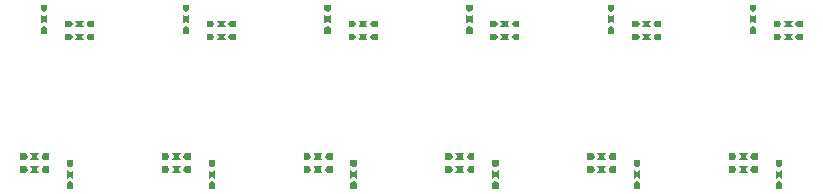
<source format=gbp>
G04 #@! TF.GenerationSoftware,KiCad,Pcbnew,5.1.5-52549c5~84~ubuntu18.04.1*
G04 #@! TF.CreationDate,2020-03-17T11:40:12+01:00*
G04 #@! TF.ProjectId,output.A1335_long_I2C_panel,6f757470-7574-42e4-9131-3333355f6c6f,rev?*
G04 #@! TF.SameCoordinates,Original*
G04 #@! TF.FileFunction,Paste,Bot*
G04 #@! TF.FilePolarity,Positive*
%FSLAX46Y46*%
G04 Gerber Fmt 4.6, Leading zero omitted, Abs format (unit mm)*
G04 Created by KiCad (PCBNEW 5.1.5-52549c5~84~ubuntu18.04.1) date 2020-03-17 11:40:12*
%MOMM*%
%LPD*%
G04 APERTURE LIST*
%ADD10C,0.100000*%
G04 APERTURE END LIST*
D10*
G36*
X118133800Y-84933800D02*
G01*
X117654221Y-84933800D01*
X117497763Y-84660000D01*
X117654221Y-84386200D01*
X118133800Y-84386200D01*
X118133800Y-84933800D01*
G37*
G36*
X116322237Y-84660000D02*
G01*
X116165779Y-84933800D01*
X115686200Y-84933800D01*
X115686200Y-84386200D01*
X116165779Y-84386200D01*
X116322237Y-84660000D01*
G37*
G36*
X117144758Y-84622337D02*
G01*
X117138684Y-84635984D01*
X117135388Y-84650553D01*
X117134998Y-84665486D01*
X117137528Y-84680208D01*
X117144758Y-84697663D01*
X117279019Y-84933800D01*
X116540981Y-84933800D01*
X116675242Y-84697663D01*
X116681316Y-84684016D01*
X116684612Y-84669447D01*
X116685002Y-84654514D01*
X116682472Y-84639792D01*
X116675242Y-84622337D01*
X116540981Y-84386200D01*
X117279019Y-84386200D01*
X117144758Y-84622337D01*
G37*
G36*
X130133800Y-84933800D02*
G01*
X129654221Y-84933800D01*
X129497763Y-84660000D01*
X129654221Y-84386200D01*
X130133800Y-84386200D01*
X130133800Y-84933800D01*
G37*
G36*
X128322237Y-84660000D02*
G01*
X128165779Y-84933800D01*
X127686200Y-84933800D01*
X127686200Y-84386200D01*
X128165779Y-84386200D01*
X128322237Y-84660000D01*
G37*
G36*
X129144758Y-84622337D02*
G01*
X129138684Y-84635984D01*
X129135388Y-84650553D01*
X129134998Y-84665486D01*
X129137528Y-84680208D01*
X129144758Y-84697663D01*
X129279019Y-84933800D01*
X128540981Y-84933800D01*
X128675242Y-84697663D01*
X128681316Y-84684016D01*
X128684612Y-84669447D01*
X128685002Y-84654514D01*
X128682472Y-84639792D01*
X128675242Y-84622337D01*
X128540981Y-84386200D01*
X129279019Y-84386200D01*
X129144758Y-84622337D01*
G37*
G36*
X142133800Y-84933800D02*
G01*
X141654221Y-84933800D01*
X141497763Y-84660000D01*
X141654221Y-84386200D01*
X142133800Y-84386200D01*
X142133800Y-84933800D01*
G37*
G36*
X140322237Y-84660000D02*
G01*
X140165779Y-84933800D01*
X139686200Y-84933800D01*
X139686200Y-84386200D01*
X140165779Y-84386200D01*
X140322237Y-84660000D01*
G37*
G36*
X141144758Y-84622337D02*
G01*
X141138684Y-84635984D01*
X141135388Y-84650553D01*
X141134998Y-84665486D01*
X141137528Y-84680208D01*
X141144758Y-84697663D01*
X141279019Y-84933800D01*
X140540981Y-84933800D01*
X140675242Y-84697663D01*
X140681316Y-84684016D01*
X140684612Y-84669447D01*
X140685002Y-84654514D01*
X140682472Y-84639792D01*
X140675242Y-84622337D01*
X140540981Y-84386200D01*
X141279019Y-84386200D01*
X141144758Y-84622337D01*
G37*
G36*
X154133800Y-84933800D02*
G01*
X153654221Y-84933800D01*
X153497763Y-84660000D01*
X153654221Y-84386200D01*
X154133800Y-84386200D01*
X154133800Y-84933800D01*
G37*
G36*
X152322237Y-84660000D02*
G01*
X152165779Y-84933800D01*
X151686200Y-84933800D01*
X151686200Y-84386200D01*
X152165779Y-84386200D01*
X152322237Y-84660000D01*
G37*
G36*
X153144758Y-84622337D02*
G01*
X153138684Y-84635984D01*
X153135388Y-84650553D01*
X153134998Y-84665486D01*
X153137528Y-84680208D01*
X153144758Y-84697663D01*
X153279019Y-84933800D01*
X152540981Y-84933800D01*
X152675242Y-84697663D01*
X152681316Y-84684016D01*
X152684612Y-84669447D01*
X152685002Y-84654514D01*
X152682472Y-84639792D01*
X152675242Y-84622337D01*
X152540981Y-84386200D01*
X153279019Y-84386200D01*
X153144758Y-84622337D01*
G37*
G36*
X166133800Y-84933800D02*
G01*
X165654221Y-84933800D01*
X165497763Y-84660000D01*
X165654221Y-84386200D01*
X166133800Y-84386200D01*
X166133800Y-84933800D01*
G37*
G36*
X164322237Y-84660000D02*
G01*
X164165779Y-84933800D01*
X163686200Y-84933800D01*
X163686200Y-84386200D01*
X164165779Y-84386200D01*
X164322237Y-84660000D01*
G37*
G36*
X165144758Y-84622337D02*
G01*
X165138684Y-84635984D01*
X165135388Y-84650553D01*
X165134998Y-84665486D01*
X165137528Y-84680208D01*
X165144758Y-84697663D01*
X165279019Y-84933800D01*
X164540981Y-84933800D01*
X164675242Y-84697663D01*
X164681316Y-84684016D01*
X164684612Y-84669447D01*
X164685002Y-84654514D01*
X164682472Y-84639792D01*
X164675242Y-84622337D01*
X164540981Y-84386200D01*
X165279019Y-84386200D01*
X165144758Y-84622337D01*
G37*
G36*
X178133800Y-84933800D02*
G01*
X177654221Y-84933800D01*
X177497763Y-84660000D01*
X177654221Y-84386200D01*
X178133800Y-84386200D01*
X178133800Y-84933800D01*
G37*
G36*
X176322237Y-84660000D02*
G01*
X176165779Y-84933800D01*
X175686200Y-84933800D01*
X175686200Y-84386200D01*
X176165779Y-84386200D01*
X176322237Y-84660000D01*
G37*
G36*
X177144758Y-84622337D02*
G01*
X177138684Y-84635984D01*
X177135388Y-84650553D01*
X177134998Y-84665486D01*
X177137528Y-84680208D01*
X177144758Y-84697663D01*
X177279019Y-84933800D01*
X176540981Y-84933800D01*
X176675242Y-84697663D01*
X176681316Y-84684016D01*
X176684612Y-84669447D01*
X176685002Y-84654514D01*
X176682472Y-84639792D01*
X176675242Y-84622337D01*
X176540981Y-84386200D01*
X177279019Y-84386200D01*
X177144758Y-84622337D01*
G37*
G36*
X171876200Y-96726200D02*
G01*
X172355779Y-96726200D01*
X172512237Y-97000000D01*
X172355779Y-97273800D01*
X171876200Y-97273800D01*
X171876200Y-96726200D01*
G37*
G36*
X173687763Y-97000000D02*
G01*
X173844221Y-96726200D01*
X174323800Y-96726200D01*
X174323800Y-97273800D01*
X173844221Y-97273800D01*
X173687763Y-97000000D01*
G37*
G36*
X172865242Y-97037663D02*
G01*
X172871316Y-97024016D01*
X172874612Y-97009447D01*
X172875002Y-96994514D01*
X172872472Y-96979792D01*
X172865242Y-96962337D01*
X172730981Y-96726200D01*
X173469019Y-96726200D01*
X173334758Y-96962337D01*
X173328684Y-96975984D01*
X173325388Y-96990553D01*
X173324998Y-97005486D01*
X173327528Y-97020208D01*
X173334758Y-97037663D01*
X173469019Y-97273800D01*
X172730981Y-97273800D01*
X172865242Y-97037663D01*
G37*
G36*
X159876200Y-96726200D02*
G01*
X160355779Y-96726200D01*
X160512237Y-97000000D01*
X160355779Y-97273800D01*
X159876200Y-97273800D01*
X159876200Y-96726200D01*
G37*
G36*
X161687763Y-97000000D02*
G01*
X161844221Y-96726200D01*
X162323800Y-96726200D01*
X162323800Y-97273800D01*
X161844221Y-97273800D01*
X161687763Y-97000000D01*
G37*
G36*
X160865242Y-97037663D02*
G01*
X160871316Y-97024016D01*
X160874612Y-97009447D01*
X160875002Y-96994514D01*
X160872472Y-96979792D01*
X160865242Y-96962337D01*
X160730981Y-96726200D01*
X161469019Y-96726200D01*
X161334758Y-96962337D01*
X161328684Y-96975984D01*
X161325388Y-96990553D01*
X161324998Y-97005486D01*
X161327528Y-97020208D01*
X161334758Y-97037663D01*
X161469019Y-97273800D01*
X160730981Y-97273800D01*
X160865242Y-97037663D01*
G37*
G36*
X147876200Y-96726200D02*
G01*
X148355779Y-96726200D01*
X148512237Y-97000000D01*
X148355779Y-97273800D01*
X147876200Y-97273800D01*
X147876200Y-96726200D01*
G37*
G36*
X149687763Y-97000000D02*
G01*
X149844221Y-96726200D01*
X150323800Y-96726200D01*
X150323800Y-97273800D01*
X149844221Y-97273800D01*
X149687763Y-97000000D01*
G37*
G36*
X148865242Y-97037663D02*
G01*
X148871316Y-97024016D01*
X148874612Y-97009447D01*
X148875002Y-96994514D01*
X148872472Y-96979792D01*
X148865242Y-96962337D01*
X148730981Y-96726200D01*
X149469019Y-96726200D01*
X149334758Y-96962337D01*
X149328684Y-96975984D01*
X149325388Y-96990553D01*
X149324998Y-97005486D01*
X149327528Y-97020208D01*
X149334758Y-97037663D01*
X149469019Y-97273800D01*
X148730981Y-97273800D01*
X148865242Y-97037663D01*
G37*
G36*
X135876200Y-96726200D02*
G01*
X136355779Y-96726200D01*
X136512237Y-97000000D01*
X136355779Y-97273800D01*
X135876200Y-97273800D01*
X135876200Y-96726200D01*
G37*
G36*
X137687763Y-97000000D02*
G01*
X137844221Y-96726200D01*
X138323800Y-96726200D01*
X138323800Y-97273800D01*
X137844221Y-97273800D01*
X137687763Y-97000000D01*
G37*
G36*
X136865242Y-97037663D02*
G01*
X136871316Y-97024016D01*
X136874612Y-97009447D01*
X136875002Y-96994514D01*
X136872472Y-96979792D01*
X136865242Y-96962337D01*
X136730981Y-96726200D01*
X137469019Y-96726200D01*
X137334758Y-96962337D01*
X137328684Y-96975984D01*
X137325388Y-96990553D01*
X137324998Y-97005486D01*
X137327528Y-97020208D01*
X137334758Y-97037663D01*
X137469019Y-97273800D01*
X136730981Y-97273800D01*
X136865242Y-97037663D01*
G37*
G36*
X123876200Y-96726200D02*
G01*
X124355779Y-96726200D01*
X124512237Y-97000000D01*
X124355779Y-97273800D01*
X123876200Y-97273800D01*
X123876200Y-96726200D01*
G37*
G36*
X125687763Y-97000000D02*
G01*
X125844221Y-96726200D01*
X126323800Y-96726200D01*
X126323800Y-97273800D01*
X125844221Y-97273800D01*
X125687763Y-97000000D01*
G37*
G36*
X124865242Y-97037663D02*
G01*
X124871316Y-97024016D01*
X124874612Y-97009447D01*
X124875002Y-96994514D01*
X124872472Y-96979792D01*
X124865242Y-96962337D01*
X124730981Y-96726200D01*
X125469019Y-96726200D01*
X125334758Y-96962337D01*
X125328684Y-96975984D01*
X125325388Y-96990553D01*
X125324998Y-97005486D01*
X125327528Y-97020208D01*
X125334758Y-97037663D01*
X125469019Y-97273800D01*
X124730981Y-97273800D01*
X124865242Y-97037663D01*
G37*
G36*
X118133800Y-86033800D02*
G01*
X117654221Y-86033800D01*
X117497763Y-85760000D01*
X117654221Y-85486200D01*
X118133800Y-85486200D01*
X118133800Y-86033800D01*
G37*
G36*
X116322237Y-85760000D02*
G01*
X116165779Y-86033800D01*
X115686200Y-86033800D01*
X115686200Y-85486200D01*
X116165779Y-85486200D01*
X116322237Y-85760000D01*
G37*
G36*
X117144758Y-85722337D02*
G01*
X117138684Y-85735984D01*
X117135388Y-85750553D01*
X117134998Y-85765486D01*
X117137528Y-85780208D01*
X117144758Y-85797663D01*
X117279019Y-86033800D01*
X116540981Y-86033800D01*
X116675242Y-85797663D01*
X116681316Y-85784016D01*
X116684612Y-85769447D01*
X116685002Y-85754514D01*
X116682472Y-85739792D01*
X116675242Y-85722337D01*
X116540981Y-85486200D01*
X117279019Y-85486200D01*
X117144758Y-85722337D01*
G37*
G36*
X130133800Y-86033800D02*
G01*
X129654221Y-86033800D01*
X129497763Y-85760000D01*
X129654221Y-85486200D01*
X130133800Y-85486200D01*
X130133800Y-86033800D01*
G37*
G36*
X128322237Y-85760000D02*
G01*
X128165779Y-86033800D01*
X127686200Y-86033800D01*
X127686200Y-85486200D01*
X128165779Y-85486200D01*
X128322237Y-85760000D01*
G37*
G36*
X129144758Y-85722337D02*
G01*
X129138684Y-85735984D01*
X129135388Y-85750553D01*
X129134998Y-85765486D01*
X129137528Y-85780208D01*
X129144758Y-85797663D01*
X129279019Y-86033800D01*
X128540981Y-86033800D01*
X128675242Y-85797663D01*
X128681316Y-85784016D01*
X128684612Y-85769447D01*
X128685002Y-85754514D01*
X128682472Y-85739792D01*
X128675242Y-85722337D01*
X128540981Y-85486200D01*
X129279019Y-85486200D01*
X129144758Y-85722337D01*
G37*
G36*
X142133800Y-86033800D02*
G01*
X141654221Y-86033800D01*
X141497763Y-85760000D01*
X141654221Y-85486200D01*
X142133800Y-85486200D01*
X142133800Y-86033800D01*
G37*
G36*
X140322237Y-85760000D02*
G01*
X140165779Y-86033800D01*
X139686200Y-86033800D01*
X139686200Y-85486200D01*
X140165779Y-85486200D01*
X140322237Y-85760000D01*
G37*
G36*
X141144758Y-85722337D02*
G01*
X141138684Y-85735984D01*
X141135388Y-85750553D01*
X141134998Y-85765486D01*
X141137528Y-85780208D01*
X141144758Y-85797663D01*
X141279019Y-86033800D01*
X140540981Y-86033800D01*
X140675242Y-85797663D01*
X140681316Y-85784016D01*
X140684612Y-85769447D01*
X140685002Y-85754514D01*
X140682472Y-85739792D01*
X140675242Y-85722337D01*
X140540981Y-85486200D01*
X141279019Y-85486200D01*
X141144758Y-85722337D01*
G37*
G36*
X154133800Y-86033800D02*
G01*
X153654221Y-86033800D01*
X153497763Y-85760000D01*
X153654221Y-85486200D01*
X154133800Y-85486200D01*
X154133800Y-86033800D01*
G37*
G36*
X152322237Y-85760000D02*
G01*
X152165779Y-86033800D01*
X151686200Y-86033800D01*
X151686200Y-85486200D01*
X152165779Y-85486200D01*
X152322237Y-85760000D01*
G37*
G36*
X153144758Y-85722337D02*
G01*
X153138684Y-85735984D01*
X153135388Y-85750553D01*
X153134998Y-85765486D01*
X153137528Y-85780208D01*
X153144758Y-85797663D01*
X153279019Y-86033800D01*
X152540981Y-86033800D01*
X152675242Y-85797663D01*
X152681316Y-85784016D01*
X152684612Y-85769447D01*
X152685002Y-85754514D01*
X152682472Y-85739792D01*
X152675242Y-85722337D01*
X152540981Y-85486200D01*
X153279019Y-85486200D01*
X153144758Y-85722337D01*
G37*
G36*
X166133800Y-86033800D02*
G01*
X165654221Y-86033800D01*
X165497763Y-85760000D01*
X165654221Y-85486200D01*
X166133800Y-85486200D01*
X166133800Y-86033800D01*
G37*
G36*
X164322237Y-85760000D02*
G01*
X164165779Y-86033800D01*
X163686200Y-86033800D01*
X163686200Y-85486200D01*
X164165779Y-85486200D01*
X164322237Y-85760000D01*
G37*
G36*
X165144758Y-85722337D02*
G01*
X165138684Y-85735984D01*
X165135388Y-85750553D01*
X165134998Y-85765486D01*
X165137528Y-85780208D01*
X165144758Y-85797663D01*
X165279019Y-86033800D01*
X164540981Y-86033800D01*
X164675242Y-85797663D01*
X164681316Y-85784016D01*
X164684612Y-85769447D01*
X164685002Y-85754514D01*
X164682472Y-85739792D01*
X164675242Y-85722337D01*
X164540981Y-85486200D01*
X165279019Y-85486200D01*
X165144758Y-85722337D01*
G37*
G36*
X178133800Y-86033800D02*
G01*
X177654221Y-86033800D01*
X177497763Y-85760000D01*
X177654221Y-85486200D01*
X178133800Y-85486200D01*
X178133800Y-86033800D01*
G37*
G36*
X176322237Y-85760000D02*
G01*
X176165779Y-86033800D01*
X175686200Y-86033800D01*
X175686200Y-85486200D01*
X176165779Y-85486200D01*
X176322237Y-85760000D01*
G37*
G36*
X177144758Y-85722337D02*
G01*
X177138684Y-85735984D01*
X177135388Y-85750553D01*
X177134998Y-85765486D01*
X177137528Y-85780208D01*
X177144758Y-85797663D01*
X177279019Y-86033800D01*
X176540981Y-86033800D01*
X176675242Y-85797663D01*
X176681316Y-85784016D01*
X176684612Y-85769447D01*
X176685002Y-85754514D01*
X176682472Y-85739792D01*
X176675242Y-85722337D01*
X176540981Y-85486200D01*
X177279019Y-85486200D01*
X177144758Y-85722337D01*
G37*
G36*
X171876200Y-95626200D02*
G01*
X172355779Y-95626200D01*
X172512237Y-95900000D01*
X172355779Y-96173800D01*
X171876200Y-96173800D01*
X171876200Y-95626200D01*
G37*
G36*
X173687763Y-95900000D02*
G01*
X173844221Y-95626200D01*
X174323800Y-95626200D01*
X174323800Y-96173800D01*
X173844221Y-96173800D01*
X173687763Y-95900000D01*
G37*
G36*
X172865242Y-95937663D02*
G01*
X172871316Y-95924016D01*
X172874612Y-95909447D01*
X172875002Y-95894514D01*
X172872472Y-95879792D01*
X172865242Y-95862337D01*
X172730981Y-95626200D01*
X173469019Y-95626200D01*
X173334758Y-95862337D01*
X173328684Y-95875984D01*
X173325388Y-95890553D01*
X173324998Y-95905486D01*
X173327528Y-95920208D01*
X173334758Y-95937663D01*
X173469019Y-96173800D01*
X172730981Y-96173800D01*
X172865242Y-95937663D01*
G37*
G36*
X159876200Y-95626200D02*
G01*
X160355779Y-95626200D01*
X160512237Y-95900000D01*
X160355779Y-96173800D01*
X159876200Y-96173800D01*
X159876200Y-95626200D01*
G37*
G36*
X161687763Y-95900000D02*
G01*
X161844221Y-95626200D01*
X162323800Y-95626200D01*
X162323800Y-96173800D01*
X161844221Y-96173800D01*
X161687763Y-95900000D01*
G37*
G36*
X160865242Y-95937663D02*
G01*
X160871316Y-95924016D01*
X160874612Y-95909447D01*
X160875002Y-95894514D01*
X160872472Y-95879792D01*
X160865242Y-95862337D01*
X160730981Y-95626200D01*
X161469019Y-95626200D01*
X161334758Y-95862337D01*
X161328684Y-95875984D01*
X161325388Y-95890553D01*
X161324998Y-95905486D01*
X161327528Y-95920208D01*
X161334758Y-95937663D01*
X161469019Y-96173800D01*
X160730981Y-96173800D01*
X160865242Y-95937663D01*
G37*
G36*
X147876200Y-95626200D02*
G01*
X148355779Y-95626200D01*
X148512237Y-95900000D01*
X148355779Y-96173800D01*
X147876200Y-96173800D01*
X147876200Y-95626200D01*
G37*
G36*
X149687763Y-95900000D02*
G01*
X149844221Y-95626200D01*
X150323800Y-95626200D01*
X150323800Y-96173800D01*
X149844221Y-96173800D01*
X149687763Y-95900000D01*
G37*
G36*
X148865242Y-95937663D02*
G01*
X148871316Y-95924016D01*
X148874612Y-95909447D01*
X148875002Y-95894514D01*
X148872472Y-95879792D01*
X148865242Y-95862337D01*
X148730981Y-95626200D01*
X149469019Y-95626200D01*
X149334758Y-95862337D01*
X149328684Y-95875984D01*
X149325388Y-95890553D01*
X149324998Y-95905486D01*
X149327528Y-95920208D01*
X149334758Y-95937663D01*
X149469019Y-96173800D01*
X148730981Y-96173800D01*
X148865242Y-95937663D01*
G37*
G36*
X135876200Y-95626200D02*
G01*
X136355779Y-95626200D01*
X136512237Y-95900000D01*
X136355779Y-96173800D01*
X135876200Y-96173800D01*
X135876200Y-95626200D01*
G37*
G36*
X137687763Y-95900000D02*
G01*
X137844221Y-95626200D01*
X138323800Y-95626200D01*
X138323800Y-96173800D01*
X137844221Y-96173800D01*
X137687763Y-95900000D01*
G37*
G36*
X136865242Y-95937663D02*
G01*
X136871316Y-95924016D01*
X136874612Y-95909447D01*
X136875002Y-95894514D01*
X136872472Y-95879792D01*
X136865242Y-95862337D01*
X136730981Y-95626200D01*
X137469019Y-95626200D01*
X137334758Y-95862337D01*
X137328684Y-95875984D01*
X137325388Y-95890553D01*
X137324998Y-95905486D01*
X137327528Y-95920208D01*
X137334758Y-95937663D01*
X137469019Y-96173800D01*
X136730981Y-96173800D01*
X136865242Y-95937663D01*
G37*
G36*
X123876200Y-95626200D02*
G01*
X124355779Y-95626200D01*
X124512237Y-95900000D01*
X124355779Y-96173800D01*
X123876200Y-96173800D01*
X123876200Y-95626200D01*
G37*
G36*
X125687763Y-95900000D02*
G01*
X125844221Y-95626200D01*
X126323800Y-95626200D01*
X126323800Y-96173800D01*
X125844221Y-96173800D01*
X125687763Y-95900000D01*
G37*
G36*
X124865242Y-95937663D02*
G01*
X124871316Y-95924016D01*
X124874612Y-95909447D01*
X124875002Y-95894514D01*
X124872472Y-95879792D01*
X124865242Y-95862337D01*
X124730981Y-95626200D01*
X125469019Y-95626200D01*
X125334758Y-95862337D01*
X125328684Y-95875984D01*
X125325388Y-95890553D01*
X125324998Y-95905486D01*
X125327528Y-95920208D01*
X125334758Y-95937663D01*
X125469019Y-96173800D01*
X124730981Y-96173800D01*
X124865242Y-95937663D01*
G37*
G36*
X114183800Y-83036200D02*
G01*
X114183800Y-83515779D01*
X113910000Y-83672237D01*
X113636200Y-83515779D01*
X113636200Y-83036200D01*
X114183800Y-83036200D01*
G37*
G36*
X113910000Y-84847763D02*
G01*
X114183800Y-85004221D01*
X114183800Y-85483800D01*
X113636200Y-85483800D01*
X113636200Y-85004221D01*
X113910000Y-84847763D01*
G37*
G36*
X113872337Y-84025242D02*
G01*
X113885984Y-84031316D01*
X113900553Y-84034612D01*
X113915486Y-84035002D01*
X113930208Y-84032472D01*
X113947663Y-84025242D01*
X114183800Y-83890981D01*
X114183800Y-84629019D01*
X113947663Y-84494758D01*
X113934016Y-84488684D01*
X113919447Y-84485388D01*
X113904514Y-84484998D01*
X113889792Y-84487528D01*
X113872337Y-84494758D01*
X113636200Y-84629019D01*
X113636200Y-83890981D01*
X113872337Y-84025242D01*
G37*
G36*
X126183800Y-83036200D02*
G01*
X126183800Y-83515779D01*
X125910000Y-83672237D01*
X125636200Y-83515779D01*
X125636200Y-83036200D01*
X126183800Y-83036200D01*
G37*
G36*
X125910000Y-84847763D02*
G01*
X126183800Y-85004221D01*
X126183800Y-85483800D01*
X125636200Y-85483800D01*
X125636200Y-85004221D01*
X125910000Y-84847763D01*
G37*
G36*
X125872337Y-84025242D02*
G01*
X125885984Y-84031316D01*
X125900553Y-84034612D01*
X125915486Y-84035002D01*
X125930208Y-84032472D01*
X125947663Y-84025242D01*
X126183800Y-83890981D01*
X126183800Y-84629019D01*
X125947663Y-84494758D01*
X125934016Y-84488684D01*
X125919447Y-84485388D01*
X125904514Y-84484998D01*
X125889792Y-84487528D01*
X125872337Y-84494758D01*
X125636200Y-84629019D01*
X125636200Y-83890981D01*
X125872337Y-84025242D01*
G37*
G36*
X138183800Y-83036200D02*
G01*
X138183800Y-83515779D01*
X137910000Y-83672237D01*
X137636200Y-83515779D01*
X137636200Y-83036200D01*
X138183800Y-83036200D01*
G37*
G36*
X137910000Y-84847763D02*
G01*
X138183800Y-85004221D01*
X138183800Y-85483800D01*
X137636200Y-85483800D01*
X137636200Y-85004221D01*
X137910000Y-84847763D01*
G37*
G36*
X137872337Y-84025242D02*
G01*
X137885984Y-84031316D01*
X137900553Y-84034612D01*
X137915486Y-84035002D01*
X137930208Y-84032472D01*
X137947663Y-84025242D01*
X138183800Y-83890981D01*
X138183800Y-84629019D01*
X137947663Y-84494758D01*
X137934016Y-84488684D01*
X137919447Y-84485388D01*
X137904514Y-84484998D01*
X137889792Y-84487528D01*
X137872337Y-84494758D01*
X137636200Y-84629019D01*
X137636200Y-83890981D01*
X137872337Y-84025242D01*
G37*
G36*
X150183800Y-83036200D02*
G01*
X150183800Y-83515779D01*
X149910000Y-83672237D01*
X149636200Y-83515779D01*
X149636200Y-83036200D01*
X150183800Y-83036200D01*
G37*
G36*
X149910000Y-84847763D02*
G01*
X150183800Y-85004221D01*
X150183800Y-85483800D01*
X149636200Y-85483800D01*
X149636200Y-85004221D01*
X149910000Y-84847763D01*
G37*
G36*
X149872337Y-84025242D02*
G01*
X149885984Y-84031316D01*
X149900553Y-84034612D01*
X149915486Y-84035002D01*
X149930208Y-84032472D01*
X149947663Y-84025242D01*
X150183800Y-83890981D01*
X150183800Y-84629019D01*
X149947663Y-84494758D01*
X149934016Y-84488684D01*
X149919447Y-84485388D01*
X149904514Y-84484998D01*
X149889792Y-84487528D01*
X149872337Y-84494758D01*
X149636200Y-84629019D01*
X149636200Y-83890981D01*
X149872337Y-84025242D01*
G37*
G36*
X162183800Y-83036200D02*
G01*
X162183800Y-83515779D01*
X161910000Y-83672237D01*
X161636200Y-83515779D01*
X161636200Y-83036200D01*
X162183800Y-83036200D01*
G37*
G36*
X161910000Y-84847763D02*
G01*
X162183800Y-85004221D01*
X162183800Y-85483800D01*
X161636200Y-85483800D01*
X161636200Y-85004221D01*
X161910000Y-84847763D01*
G37*
G36*
X161872337Y-84025242D02*
G01*
X161885984Y-84031316D01*
X161900553Y-84034612D01*
X161915486Y-84035002D01*
X161930208Y-84032472D01*
X161947663Y-84025242D01*
X162183800Y-83890981D01*
X162183800Y-84629019D01*
X161947663Y-84494758D01*
X161934016Y-84488684D01*
X161919447Y-84485388D01*
X161904514Y-84484998D01*
X161889792Y-84487528D01*
X161872337Y-84494758D01*
X161636200Y-84629019D01*
X161636200Y-83890981D01*
X161872337Y-84025242D01*
G37*
G36*
X174183800Y-83036200D02*
G01*
X174183800Y-83515779D01*
X173910000Y-83672237D01*
X173636200Y-83515779D01*
X173636200Y-83036200D01*
X174183800Y-83036200D01*
G37*
G36*
X173910000Y-84847763D02*
G01*
X174183800Y-85004221D01*
X174183800Y-85483800D01*
X173636200Y-85483800D01*
X173636200Y-85004221D01*
X173910000Y-84847763D01*
G37*
G36*
X173872337Y-84025242D02*
G01*
X173885984Y-84031316D01*
X173900553Y-84034612D01*
X173915486Y-84035002D01*
X173930208Y-84032472D01*
X173947663Y-84025242D01*
X174183800Y-83890981D01*
X174183800Y-84629019D01*
X173947663Y-84494758D01*
X173934016Y-84488684D01*
X173919447Y-84485388D01*
X173904514Y-84484998D01*
X173889792Y-84487528D01*
X173872337Y-84494758D01*
X173636200Y-84629019D01*
X173636200Y-83890981D01*
X173872337Y-84025242D01*
G37*
G36*
X175826200Y-98623800D02*
G01*
X175826200Y-98144221D01*
X176100000Y-97987763D01*
X176373800Y-98144221D01*
X176373800Y-98623800D01*
X175826200Y-98623800D01*
G37*
G36*
X176100000Y-96812237D02*
G01*
X175826200Y-96655779D01*
X175826200Y-96176200D01*
X176373800Y-96176200D01*
X176373800Y-96655779D01*
X176100000Y-96812237D01*
G37*
G36*
X176137663Y-97634758D02*
G01*
X176124016Y-97628684D01*
X176109447Y-97625388D01*
X176094514Y-97624998D01*
X176079792Y-97627528D01*
X176062337Y-97634758D01*
X175826200Y-97769019D01*
X175826200Y-97030981D01*
X176062337Y-97165242D01*
X176075984Y-97171316D01*
X176090553Y-97174612D01*
X176105486Y-97175002D01*
X176120208Y-97172472D01*
X176137663Y-97165242D01*
X176373800Y-97030981D01*
X176373800Y-97769019D01*
X176137663Y-97634758D01*
G37*
G36*
X163826200Y-98623800D02*
G01*
X163826200Y-98144221D01*
X164100000Y-97987763D01*
X164373800Y-98144221D01*
X164373800Y-98623800D01*
X163826200Y-98623800D01*
G37*
G36*
X164100000Y-96812237D02*
G01*
X163826200Y-96655779D01*
X163826200Y-96176200D01*
X164373800Y-96176200D01*
X164373800Y-96655779D01*
X164100000Y-96812237D01*
G37*
G36*
X164137663Y-97634758D02*
G01*
X164124016Y-97628684D01*
X164109447Y-97625388D01*
X164094514Y-97624998D01*
X164079792Y-97627528D01*
X164062337Y-97634758D01*
X163826200Y-97769019D01*
X163826200Y-97030981D01*
X164062337Y-97165242D01*
X164075984Y-97171316D01*
X164090553Y-97174612D01*
X164105486Y-97175002D01*
X164120208Y-97172472D01*
X164137663Y-97165242D01*
X164373800Y-97030981D01*
X164373800Y-97769019D01*
X164137663Y-97634758D01*
G37*
G36*
X151826200Y-98623800D02*
G01*
X151826200Y-98144221D01*
X152100000Y-97987763D01*
X152373800Y-98144221D01*
X152373800Y-98623800D01*
X151826200Y-98623800D01*
G37*
G36*
X152100000Y-96812237D02*
G01*
X151826200Y-96655779D01*
X151826200Y-96176200D01*
X152373800Y-96176200D01*
X152373800Y-96655779D01*
X152100000Y-96812237D01*
G37*
G36*
X152137663Y-97634758D02*
G01*
X152124016Y-97628684D01*
X152109447Y-97625388D01*
X152094514Y-97624998D01*
X152079792Y-97627528D01*
X152062337Y-97634758D01*
X151826200Y-97769019D01*
X151826200Y-97030981D01*
X152062337Y-97165242D01*
X152075984Y-97171316D01*
X152090553Y-97174612D01*
X152105486Y-97175002D01*
X152120208Y-97172472D01*
X152137663Y-97165242D01*
X152373800Y-97030981D01*
X152373800Y-97769019D01*
X152137663Y-97634758D01*
G37*
G36*
X139826200Y-98623800D02*
G01*
X139826200Y-98144221D01*
X140100000Y-97987763D01*
X140373800Y-98144221D01*
X140373800Y-98623800D01*
X139826200Y-98623800D01*
G37*
G36*
X140100000Y-96812237D02*
G01*
X139826200Y-96655779D01*
X139826200Y-96176200D01*
X140373800Y-96176200D01*
X140373800Y-96655779D01*
X140100000Y-96812237D01*
G37*
G36*
X140137663Y-97634758D02*
G01*
X140124016Y-97628684D01*
X140109447Y-97625388D01*
X140094514Y-97624998D01*
X140079792Y-97627528D01*
X140062337Y-97634758D01*
X139826200Y-97769019D01*
X139826200Y-97030981D01*
X140062337Y-97165242D01*
X140075984Y-97171316D01*
X140090553Y-97174612D01*
X140105486Y-97175002D01*
X140120208Y-97172472D01*
X140137663Y-97165242D01*
X140373800Y-97030981D01*
X140373800Y-97769019D01*
X140137663Y-97634758D01*
G37*
G36*
X127826200Y-98623800D02*
G01*
X127826200Y-98144221D01*
X128100000Y-97987763D01*
X128373800Y-98144221D01*
X128373800Y-98623800D01*
X127826200Y-98623800D01*
G37*
G36*
X128100000Y-96812237D02*
G01*
X127826200Y-96655779D01*
X127826200Y-96176200D01*
X128373800Y-96176200D01*
X128373800Y-96655779D01*
X128100000Y-96812237D01*
G37*
G36*
X128137663Y-97634758D02*
G01*
X128124016Y-97628684D01*
X128109447Y-97625388D01*
X128094514Y-97624998D01*
X128079792Y-97627528D01*
X128062337Y-97634758D01*
X127826200Y-97769019D01*
X127826200Y-97030981D01*
X128062337Y-97165242D01*
X128075984Y-97171316D01*
X128090553Y-97174612D01*
X128105486Y-97175002D01*
X128120208Y-97172472D01*
X128137663Y-97165242D01*
X128373800Y-97030981D01*
X128373800Y-97769019D01*
X128137663Y-97634758D01*
G37*
G36*
X116137663Y-97634758D02*
G01*
X116124016Y-97628684D01*
X116109447Y-97625388D01*
X116094514Y-97624998D01*
X116079792Y-97627528D01*
X116062337Y-97634758D01*
X115826200Y-97769019D01*
X115826200Y-97030981D01*
X116062337Y-97165242D01*
X116075984Y-97171316D01*
X116090553Y-97174612D01*
X116105486Y-97175002D01*
X116120208Y-97172472D01*
X116137663Y-97165242D01*
X116373800Y-97030981D01*
X116373800Y-97769019D01*
X116137663Y-97634758D01*
G37*
G36*
X116100000Y-96812237D02*
G01*
X115826200Y-96655779D01*
X115826200Y-96176200D01*
X116373800Y-96176200D01*
X116373800Y-96655779D01*
X116100000Y-96812237D01*
G37*
G36*
X115826200Y-98623800D02*
G01*
X115826200Y-98144221D01*
X116100000Y-97987763D01*
X116373800Y-98144221D01*
X116373800Y-98623800D01*
X115826200Y-98623800D01*
G37*
G36*
X112865242Y-95937663D02*
G01*
X112871316Y-95924016D01*
X112874612Y-95909447D01*
X112875002Y-95894514D01*
X112872472Y-95879792D01*
X112865242Y-95862337D01*
X112730981Y-95626200D01*
X113469019Y-95626200D01*
X113334758Y-95862337D01*
X113328684Y-95875984D01*
X113325388Y-95890553D01*
X113324998Y-95905486D01*
X113327528Y-95920208D01*
X113334758Y-95937663D01*
X113469019Y-96173800D01*
X112730981Y-96173800D01*
X112865242Y-95937663D01*
G37*
G36*
X113687763Y-95900000D02*
G01*
X113844221Y-95626200D01*
X114323800Y-95626200D01*
X114323800Y-96173800D01*
X113844221Y-96173800D01*
X113687763Y-95900000D01*
G37*
G36*
X111876200Y-95626200D02*
G01*
X112355779Y-95626200D01*
X112512237Y-95900000D01*
X112355779Y-96173800D01*
X111876200Y-96173800D01*
X111876200Y-95626200D01*
G37*
G36*
X112865242Y-97037663D02*
G01*
X112871316Y-97024016D01*
X112874612Y-97009447D01*
X112875002Y-96994514D01*
X112872472Y-96979792D01*
X112865242Y-96962337D01*
X112730981Y-96726200D01*
X113469019Y-96726200D01*
X113334758Y-96962337D01*
X113328684Y-96975984D01*
X113325388Y-96990553D01*
X113324998Y-97005486D01*
X113327528Y-97020208D01*
X113334758Y-97037663D01*
X113469019Y-97273800D01*
X112730981Y-97273800D01*
X112865242Y-97037663D01*
G37*
G36*
X113687763Y-97000000D02*
G01*
X113844221Y-96726200D01*
X114323800Y-96726200D01*
X114323800Y-97273800D01*
X113844221Y-97273800D01*
X113687763Y-97000000D01*
G37*
G36*
X111876200Y-96726200D02*
G01*
X112355779Y-96726200D01*
X112512237Y-97000000D01*
X112355779Y-97273800D01*
X111876200Y-97273800D01*
X111876200Y-96726200D01*
G37*
M02*

</source>
